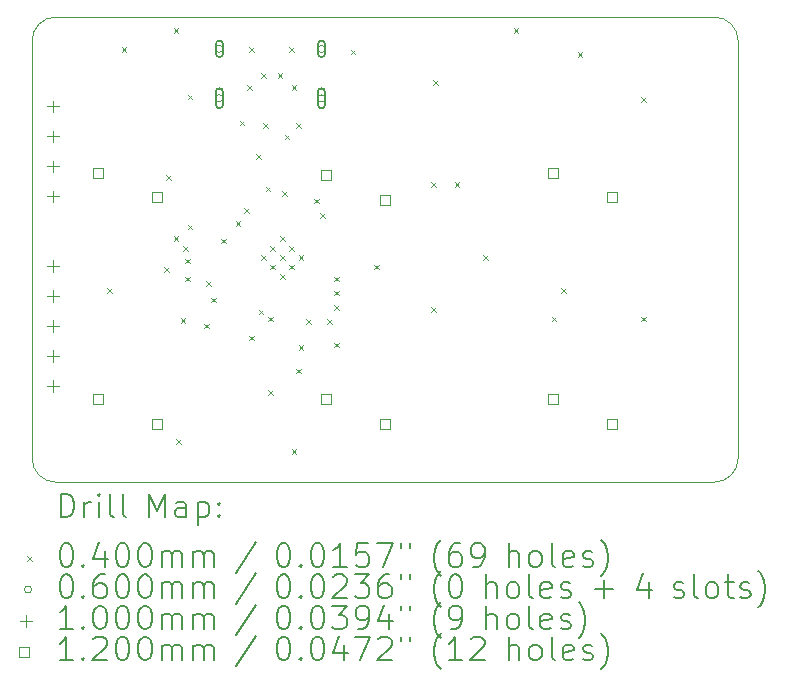
<source format=gbr>
%TF.GenerationSoftware,KiCad,Pcbnew,(7.0.0)*%
%TF.CreationDate,2023-09-09T12:16:29-05:00*%
%TF.ProjectId,6_key_macro_pad_V1,365f6b65-795f-46d6-9163-726f5f706164,rev?*%
%TF.SameCoordinates,Original*%
%TF.FileFunction,Drillmap*%
%TF.FilePolarity,Positive*%
%FSLAX45Y45*%
G04 Gerber Fmt 4.5, Leading zero omitted, Abs format (unit mm)*
G04 Created by KiCad (PCBNEW (7.0.0)) date 2023-09-09 12:16:29*
%MOMM*%
%LPD*%
G01*
G04 APERTURE LIST*
%ADD10C,0.100000*%
%ADD11C,0.200000*%
%ADD12C,0.040000*%
%ADD13C,0.060000*%
%ADD14C,0.120000*%
G04 APERTURE END LIST*
D10*
X15662208Y-10760322D02*
G75*
G03*
X15862201Y-10960322I199992J-8D01*
G01*
X21439359Y-10960319D02*
G75*
G03*
X21639359Y-10760322I2J199999D01*
G01*
X21639355Y-7223165D02*
G75*
G03*
X21439359Y-7023165I-199995J5D01*
G01*
X21439359Y-7023165D02*
X15862201Y-7023165D01*
X21639359Y-7223165D02*
X21639359Y-10760322D01*
X15862201Y-7023171D02*
G75*
G03*
X15662201Y-7223165I-1J-199999D01*
G01*
X15662201Y-7223165D02*
X15662201Y-10760322D01*
X15862201Y-10960322D02*
X21439359Y-10960322D01*
D11*
D12*
X16300000Y-9320000D02*
X16340000Y-9360000D01*
X16340000Y-9320000D02*
X16300000Y-9360000D01*
X16420000Y-7280000D02*
X16460000Y-7320000D01*
X16460000Y-7280000D02*
X16420000Y-7320000D01*
X16780000Y-9139740D02*
X16820000Y-9179740D01*
X16820000Y-9139740D02*
X16780000Y-9179740D01*
X16800000Y-8360000D02*
X16840000Y-8400000D01*
X16840000Y-8360000D02*
X16800000Y-8400000D01*
X16860000Y-7120000D02*
X16900000Y-7160000D01*
X16900000Y-7120000D02*
X16860000Y-7160000D01*
X16860000Y-8880000D02*
X16900000Y-8920000D01*
X16900000Y-8880000D02*
X16860000Y-8920000D01*
X16880000Y-10600000D02*
X16920000Y-10640000D01*
X16920000Y-10600000D02*
X16880000Y-10640000D01*
X16920374Y-9570050D02*
X16960374Y-9610050D01*
X16960374Y-9570050D02*
X16920374Y-9610050D01*
X16940000Y-8960000D02*
X16980000Y-9000000D01*
X16980000Y-8960000D02*
X16940000Y-9000000D01*
X16960000Y-9069790D02*
X17000000Y-9109790D01*
X17000000Y-9069790D02*
X16960000Y-9109790D01*
X16960000Y-9220000D02*
X17000000Y-9260000D01*
X17000000Y-9220000D02*
X16960000Y-9260000D01*
X16980000Y-7680000D02*
X17020000Y-7720000D01*
X17020000Y-7680000D02*
X16980000Y-7720000D01*
X16980000Y-8780000D02*
X17020000Y-8820000D01*
X17020000Y-8780000D02*
X16980000Y-8820000D01*
X17120000Y-9620000D02*
X17160000Y-9660000D01*
X17160000Y-9620000D02*
X17120000Y-9660000D01*
X17135969Y-9261685D02*
X17175969Y-9301685D01*
X17175969Y-9261685D02*
X17135969Y-9301685D01*
X17180000Y-9400000D02*
X17220000Y-9440000D01*
X17220000Y-9400000D02*
X17180000Y-9440000D01*
X17260000Y-8900000D02*
X17300000Y-8940000D01*
X17300000Y-8900000D02*
X17260000Y-8940000D01*
X17385890Y-8750798D02*
X17425890Y-8790798D01*
X17425890Y-8750798D02*
X17385890Y-8790798D01*
X17420000Y-7900000D02*
X17460000Y-7940000D01*
X17460000Y-7900000D02*
X17420000Y-7940000D01*
X17460000Y-8640000D02*
X17500000Y-8680000D01*
X17500000Y-8640000D02*
X17460000Y-8680000D01*
X17480000Y-7600000D02*
X17520000Y-7640000D01*
X17520000Y-7600000D02*
X17480000Y-7640000D01*
X17500000Y-7280000D02*
X17540000Y-7320000D01*
X17540000Y-7280000D02*
X17500000Y-7320000D01*
X17500000Y-9720000D02*
X17540000Y-9760000D01*
X17540000Y-9720000D02*
X17500000Y-9760000D01*
X17560000Y-8182450D02*
X17600000Y-8222450D01*
X17600000Y-8182450D02*
X17560000Y-8222450D01*
X17580000Y-9500000D02*
X17620000Y-9540000D01*
X17620000Y-9500000D02*
X17580000Y-9540000D01*
X17600000Y-7500000D02*
X17640000Y-7540000D01*
X17640000Y-7500000D02*
X17600000Y-7540000D01*
X17600000Y-9040000D02*
X17640000Y-9080000D01*
X17640000Y-9040000D02*
X17600000Y-9080000D01*
X17620000Y-7920000D02*
X17660000Y-7960000D01*
X17660000Y-7920000D02*
X17620000Y-7960000D01*
X17640000Y-8460000D02*
X17680000Y-8500000D01*
X17680000Y-8460000D02*
X17640000Y-8500000D01*
X17660000Y-9560000D02*
X17700000Y-9600000D01*
X17700000Y-9560000D02*
X17660000Y-9600000D01*
X17660000Y-10180000D02*
X17700000Y-10220000D01*
X17700000Y-10180000D02*
X17660000Y-10220000D01*
X17680000Y-8960000D02*
X17720000Y-9000000D01*
X17720000Y-8960000D02*
X17680000Y-9000000D01*
X17680000Y-9120000D02*
X17720000Y-9160000D01*
X17720000Y-9120000D02*
X17680000Y-9160000D01*
X17740000Y-7500000D02*
X17780000Y-7540000D01*
X17780000Y-7500000D02*
X17740000Y-7540000D01*
X17760000Y-8880000D02*
X17800000Y-8920000D01*
X17800000Y-8880000D02*
X17760000Y-8920000D01*
X17760000Y-9040000D02*
X17800000Y-9080000D01*
X17800000Y-9040000D02*
X17760000Y-9080000D01*
X17760000Y-9200000D02*
X17800000Y-9240000D01*
X17800000Y-9200000D02*
X17760000Y-9240000D01*
X17780000Y-8500000D02*
X17820000Y-8540000D01*
X17820000Y-8500000D02*
X17780000Y-8540000D01*
X17800000Y-8020000D02*
X17840000Y-8060000D01*
X17840000Y-8020000D02*
X17800000Y-8060000D01*
X17840000Y-7280000D02*
X17880000Y-7320000D01*
X17880000Y-7280000D02*
X17840000Y-7320000D01*
X17840000Y-8960000D02*
X17880000Y-9000000D01*
X17880000Y-8960000D02*
X17840000Y-9000000D01*
X17840000Y-9120000D02*
X17880000Y-9160000D01*
X17880000Y-9120000D02*
X17840000Y-9160000D01*
X17860000Y-7600000D02*
X17900000Y-7640000D01*
X17900000Y-7600000D02*
X17860000Y-7640000D01*
X17860000Y-10680000D02*
X17900000Y-10720000D01*
X17900000Y-10680000D02*
X17860000Y-10720000D01*
X17900000Y-7920000D02*
X17940000Y-7960000D01*
X17940000Y-7920000D02*
X17900000Y-7960000D01*
X17900000Y-10000000D02*
X17940000Y-10040000D01*
X17940000Y-10000000D02*
X17900000Y-10040000D01*
X17920000Y-9040000D02*
X17960000Y-9080000D01*
X17960000Y-9040000D02*
X17920000Y-9080000D01*
X17920000Y-9800000D02*
X17960000Y-9840000D01*
X17960000Y-9800000D02*
X17920000Y-9840000D01*
X17980000Y-9580000D02*
X18020000Y-9620000D01*
X18020000Y-9580000D02*
X17980000Y-9620000D01*
X18048390Y-8560000D02*
X18088390Y-8600000D01*
X18088390Y-8560000D02*
X18048390Y-8600000D01*
X18102964Y-8682964D02*
X18142964Y-8722964D01*
X18142964Y-8682964D02*
X18102964Y-8722964D01*
X18160000Y-9580000D02*
X18200000Y-9620000D01*
X18200000Y-9580000D02*
X18160000Y-9620000D01*
X18220000Y-9220050D02*
X18260000Y-9260050D01*
X18260000Y-9220050D02*
X18220000Y-9260050D01*
X18220000Y-9340000D02*
X18260000Y-9380000D01*
X18260000Y-9340000D02*
X18220000Y-9380000D01*
X18220000Y-9460000D02*
X18260000Y-9500000D01*
X18260000Y-9460000D02*
X18220000Y-9500000D01*
X18220000Y-9780000D02*
X18260000Y-9820000D01*
X18260000Y-9780000D02*
X18220000Y-9820000D01*
X18360000Y-7300000D02*
X18400000Y-7340000D01*
X18400000Y-7300000D02*
X18360000Y-7340000D01*
X18560000Y-9120000D02*
X18600000Y-9160000D01*
X18600000Y-9120000D02*
X18560000Y-9160000D01*
X19040000Y-8420000D02*
X19080000Y-8460000D01*
X19080000Y-8420000D02*
X19040000Y-8460000D01*
X19040000Y-9480000D02*
X19080000Y-9520000D01*
X19080000Y-9480000D02*
X19040000Y-9520000D01*
X19060000Y-7560000D02*
X19100000Y-7600000D01*
X19100000Y-7560000D02*
X19060000Y-7600000D01*
X19240000Y-8420000D02*
X19280000Y-8460000D01*
X19280000Y-8420000D02*
X19240000Y-8460000D01*
X19480000Y-9040000D02*
X19520000Y-9080000D01*
X19520000Y-9040000D02*
X19480000Y-9080000D01*
X19740000Y-7120000D02*
X19780000Y-7160000D01*
X19780000Y-7120000D02*
X19740000Y-7160000D01*
X20060000Y-9560000D02*
X20100000Y-9600000D01*
X20100000Y-9560000D02*
X20060000Y-9600000D01*
X20140000Y-9320000D02*
X20180000Y-9360000D01*
X20180000Y-9320000D02*
X20140000Y-9360000D01*
X20280000Y-7320000D02*
X20320000Y-7360000D01*
X20320000Y-7320000D02*
X20280000Y-7360000D01*
X20820000Y-7700000D02*
X20860000Y-7740000D01*
X20860000Y-7700000D02*
X20820000Y-7740000D01*
X20820000Y-9560000D02*
X20860000Y-9600000D01*
X20860000Y-9560000D02*
X20820000Y-9600000D01*
D13*
X17278000Y-7292500D02*
G75*
G03*
X17278000Y-7292500I-30000J0D01*
G01*
D11*
X17218000Y-7252500D02*
X17218000Y-7332500D01*
X17218000Y-7332500D02*
G75*
G03*
X17278000Y-7332500I30000J0D01*
G01*
X17278000Y-7332500D02*
X17278000Y-7252500D01*
X17278000Y-7252500D02*
G75*
G03*
X17218000Y-7252500I-30000J0D01*
G01*
D13*
X17278000Y-7710500D02*
G75*
G03*
X17278000Y-7710500I-30000J0D01*
G01*
D11*
X17218000Y-7655500D02*
X17218000Y-7765500D01*
X17218000Y-7765500D02*
G75*
G03*
X17278000Y-7765500I30000J0D01*
G01*
X17278000Y-7765500D02*
X17278000Y-7655500D01*
X17278000Y-7655500D02*
G75*
G03*
X17218000Y-7655500I-30000J0D01*
G01*
D13*
X18142000Y-7292500D02*
G75*
G03*
X18142000Y-7292500I-30000J0D01*
G01*
D11*
X18082000Y-7252500D02*
X18082000Y-7332500D01*
X18082000Y-7332500D02*
G75*
G03*
X18142000Y-7332500I30000J0D01*
G01*
X18142000Y-7332500D02*
X18142000Y-7252500D01*
X18142000Y-7252500D02*
G75*
G03*
X18082000Y-7252500I-30000J0D01*
G01*
D13*
X18142000Y-7710500D02*
G75*
G03*
X18142000Y-7710500I-30000J0D01*
G01*
D11*
X18082000Y-7655500D02*
X18082000Y-7765500D01*
X18082000Y-7765500D02*
G75*
G03*
X18142000Y-7765500I30000J0D01*
G01*
X18142000Y-7765500D02*
X18142000Y-7655500D01*
X18142000Y-7655500D02*
G75*
G03*
X18082000Y-7655500I-30000J0D01*
G01*
D10*
X15840000Y-7730000D02*
X15840000Y-7830000D01*
X15790000Y-7780000D02*
X15890000Y-7780000D01*
X15840000Y-7984000D02*
X15840000Y-8084000D01*
X15790000Y-8034000D02*
X15890000Y-8034000D01*
X15840000Y-8238000D02*
X15840000Y-8338000D01*
X15790000Y-8288000D02*
X15890000Y-8288000D01*
X15840000Y-8492000D02*
X15840000Y-8592000D01*
X15790000Y-8542000D02*
X15890000Y-8542000D01*
X15840000Y-9082500D02*
X15840000Y-9182500D01*
X15790000Y-9132500D02*
X15890000Y-9132500D01*
X15840000Y-9336500D02*
X15840000Y-9436500D01*
X15790000Y-9386500D02*
X15890000Y-9386500D01*
X15840000Y-9590500D02*
X15840000Y-9690500D01*
X15790000Y-9640500D02*
X15890000Y-9640500D01*
X15840000Y-9844500D02*
X15840000Y-9944500D01*
X15790000Y-9894500D02*
X15890000Y-9894500D01*
X15840000Y-10098500D02*
X15840000Y-10198500D01*
X15790000Y-10148500D02*
X15890000Y-10148500D01*
D14*
X16262427Y-8382427D02*
X16262427Y-8297573D01*
X16177573Y-8297573D01*
X16177573Y-8382427D01*
X16262427Y-8382427D01*
X16262427Y-10302427D02*
X16262427Y-10217573D01*
X16177573Y-10217573D01*
X16177573Y-10302427D01*
X16262427Y-10302427D01*
X16762427Y-8592427D02*
X16762427Y-8507573D01*
X16677573Y-8507573D01*
X16677573Y-8592427D01*
X16762427Y-8592427D01*
X16762427Y-10512427D02*
X16762427Y-10427573D01*
X16677573Y-10427573D01*
X16677573Y-10512427D01*
X16762427Y-10512427D01*
X18192427Y-8402427D02*
X18192427Y-8317573D01*
X18107573Y-8317573D01*
X18107573Y-8402427D01*
X18192427Y-8402427D01*
X18192427Y-10302427D02*
X18192427Y-10217573D01*
X18107573Y-10217573D01*
X18107573Y-10302427D01*
X18192427Y-10302427D01*
X18692427Y-8612427D02*
X18692427Y-8527573D01*
X18607573Y-8527573D01*
X18607573Y-8612427D01*
X18692427Y-8612427D01*
X18692427Y-10512427D02*
X18692427Y-10427573D01*
X18607573Y-10427573D01*
X18607573Y-10512427D01*
X18692427Y-10512427D01*
X20112427Y-8382427D02*
X20112427Y-8297573D01*
X20027573Y-8297573D01*
X20027573Y-8382427D01*
X20112427Y-8382427D01*
X20112427Y-10302427D02*
X20112427Y-10217573D01*
X20027573Y-10217573D01*
X20027573Y-10302427D01*
X20112427Y-10302427D01*
X20612427Y-8592427D02*
X20612427Y-8507573D01*
X20527573Y-8507573D01*
X20527573Y-8592427D01*
X20612427Y-8592427D01*
X20612427Y-10512427D02*
X20612427Y-10427573D01*
X20527573Y-10427573D01*
X20527573Y-10512427D01*
X20612427Y-10512427D01*
D11*
X15904820Y-11258798D02*
X15904820Y-11058798D01*
X15904820Y-11058798D02*
X15952439Y-11058798D01*
X15952439Y-11058798D02*
X15981011Y-11068322D01*
X15981011Y-11068322D02*
X16000058Y-11087370D01*
X16000058Y-11087370D02*
X16009582Y-11106417D01*
X16009582Y-11106417D02*
X16019106Y-11144513D01*
X16019106Y-11144513D02*
X16019106Y-11173084D01*
X16019106Y-11173084D02*
X16009582Y-11211179D01*
X16009582Y-11211179D02*
X16000058Y-11230227D01*
X16000058Y-11230227D02*
X15981011Y-11249274D01*
X15981011Y-11249274D02*
X15952439Y-11258798D01*
X15952439Y-11258798D02*
X15904820Y-11258798D01*
X16104820Y-11258798D02*
X16104820Y-11125465D01*
X16104820Y-11163560D02*
X16114344Y-11144513D01*
X16114344Y-11144513D02*
X16123868Y-11134989D01*
X16123868Y-11134989D02*
X16142915Y-11125465D01*
X16142915Y-11125465D02*
X16161963Y-11125465D01*
X16228630Y-11258798D02*
X16228630Y-11125465D01*
X16228630Y-11058798D02*
X16219106Y-11068322D01*
X16219106Y-11068322D02*
X16228630Y-11077846D01*
X16228630Y-11077846D02*
X16238154Y-11068322D01*
X16238154Y-11068322D02*
X16228630Y-11058798D01*
X16228630Y-11058798D02*
X16228630Y-11077846D01*
X16352439Y-11258798D02*
X16333392Y-11249274D01*
X16333392Y-11249274D02*
X16323868Y-11230227D01*
X16323868Y-11230227D02*
X16323868Y-11058798D01*
X16457201Y-11258798D02*
X16438154Y-11249274D01*
X16438154Y-11249274D02*
X16428630Y-11230227D01*
X16428630Y-11230227D02*
X16428630Y-11058798D01*
X16653392Y-11258798D02*
X16653392Y-11058798D01*
X16653392Y-11058798D02*
X16720058Y-11201655D01*
X16720058Y-11201655D02*
X16786725Y-11058798D01*
X16786725Y-11058798D02*
X16786725Y-11258798D01*
X16967677Y-11258798D02*
X16967677Y-11154036D01*
X16967677Y-11154036D02*
X16958154Y-11134989D01*
X16958154Y-11134989D02*
X16939106Y-11125465D01*
X16939106Y-11125465D02*
X16901011Y-11125465D01*
X16901011Y-11125465D02*
X16881963Y-11134989D01*
X16967677Y-11249274D02*
X16948630Y-11258798D01*
X16948630Y-11258798D02*
X16901011Y-11258798D01*
X16901011Y-11258798D02*
X16881963Y-11249274D01*
X16881963Y-11249274D02*
X16872439Y-11230227D01*
X16872439Y-11230227D02*
X16872439Y-11211179D01*
X16872439Y-11211179D02*
X16881963Y-11192132D01*
X16881963Y-11192132D02*
X16901011Y-11182608D01*
X16901011Y-11182608D02*
X16948630Y-11182608D01*
X16948630Y-11182608D02*
X16967677Y-11173084D01*
X17062916Y-11125465D02*
X17062916Y-11325465D01*
X17062916Y-11134989D02*
X17081963Y-11125465D01*
X17081963Y-11125465D02*
X17120058Y-11125465D01*
X17120058Y-11125465D02*
X17139106Y-11134989D01*
X17139106Y-11134989D02*
X17148630Y-11144513D01*
X17148630Y-11144513D02*
X17158154Y-11163560D01*
X17158154Y-11163560D02*
X17158154Y-11220703D01*
X17158154Y-11220703D02*
X17148630Y-11239751D01*
X17148630Y-11239751D02*
X17139106Y-11249274D01*
X17139106Y-11249274D02*
X17120058Y-11258798D01*
X17120058Y-11258798D02*
X17081963Y-11258798D01*
X17081963Y-11258798D02*
X17062916Y-11249274D01*
X17243868Y-11239751D02*
X17253392Y-11249274D01*
X17253392Y-11249274D02*
X17243868Y-11258798D01*
X17243868Y-11258798D02*
X17234344Y-11249274D01*
X17234344Y-11249274D02*
X17243868Y-11239751D01*
X17243868Y-11239751D02*
X17243868Y-11258798D01*
X17243868Y-11134989D02*
X17253392Y-11144513D01*
X17253392Y-11144513D02*
X17243868Y-11154036D01*
X17243868Y-11154036D02*
X17234344Y-11144513D01*
X17234344Y-11144513D02*
X17243868Y-11134989D01*
X17243868Y-11134989D02*
X17243868Y-11154036D01*
D12*
X15617201Y-11585322D02*
X15657201Y-11625322D01*
X15657201Y-11585322D02*
X15617201Y-11625322D01*
D11*
X15942915Y-11478798D02*
X15961963Y-11478798D01*
X15961963Y-11478798D02*
X15981011Y-11488322D01*
X15981011Y-11488322D02*
X15990535Y-11497846D01*
X15990535Y-11497846D02*
X16000058Y-11516894D01*
X16000058Y-11516894D02*
X16009582Y-11554989D01*
X16009582Y-11554989D02*
X16009582Y-11602608D01*
X16009582Y-11602608D02*
X16000058Y-11640703D01*
X16000058Y-11640703D02*
X15990535Y-11659751D01*
X15990535Y-11659751D02*
X15981011Y-11669274D01*
X15981011Y-11669274D02*
X15961963Y-11678798D01*
X15961963Y-11678798D02*
X15942915Y-11678798D01*
X15942915Y-11678798D02*
X15923868Y-11669274D01*
X15923868Y-11669274D02*
X15914344Y-11659751D01*
X15914344Y-11659751D02*
X15904820Y-11640703D01*
X15904820Y-11640703D02*
X15895296Y-11602608D01*
X15895296Y-11602608D02*
X15895296Y-11554989D01*
X15895296Y-11554989D02*
X15904820Y-11516894D01*
X15904820Y-11516894D02*
X15914344Y-11497846D01*
X15914344Y-11497846D02*
X15923868Y-11488322D01*
X15923868Y-11488322D02*
X15942915Y-11478798D01*
X16095296Y-11659751D02*
X16104820Y-11669274D01*
X16104820Y-11669274D02*
X16095296Y-11678798D01*
X16095296Y-11678798D02*
X16085773Y-11669274D01*
X16085773Y-11669274D02*
X16095296Y-11659751D01*
X16095296Y-11659751D02*
X16095296Y-11678798D01*
X16276249Y-11545465D02*
X16276249Y-11678798D01*
X16228630Y-11469274D02*
X16181011Y-11612132D01*
X16181011Y-11612132D02*
X16304820Y-11612132D01*
X16419106Y-11478798D02*
X16438154Y-11478798D01*
X16438154Y-11478798D02*
X16457201Y-11488322D01*
X16457201Y-11488322D02*
X16466725Y-11497846D01*
X16466725Y-11497846D02*
X16476249Y-11516894D01*
X16476249Y-11516894D02*
X16485773Y-11554989D01*
X16485773Y-11554989D02*
X16485773Y-11602608D01*
X16485773Y-11602608D02*
X16476249Y-11640703D01*
X16476249Y-11640703D02*
X16466725Y-11659751D01*
X16466725Y-11659751D02*
X16457201Y-11669274D01*
X16457201Y-11669274D02*
X16438154Y-11678798D01*
X16438154Y-11678798D02*
X16419106Y-11678798D01*
X16419106Y-11678798D02*
X16400058Y-11669274D01*
X16400058Y-11669274D02*
X16390535Y-11659751D01*
X16390535Y-11659751D02*
X16381011Y-11640703D01*
X16381011Y-11640703D02*
X16371487Y-11602608D01*
X16371487Y-11602608D02*
X16371487Y-11554989D01*
X16371487Y-11554989D02*
X16381011Y-11516894D01*
X16381011Y-11516894D02*
X16390535Y-11497846D01*
X16390535Y-11497846D02*
X16400058Y-11488322D01*
X16400058Y-11488322D02*
X16419106Y-11478798D01*
X16609582Y-11478798D02*
X16628630Y-11478798D01*
X16628630Y-11478798D02*
X16647677Y-11488322D01*
X16647677Y-11488322D02*
X16657201Y-11497846D01*
X16657201Y-11497846D02*
X16666725Y-11516894D01*
X16666725Y-11516894D02*
X16676249Y-11554989D01*
X16676249Y-11554989D02*
X16676249Y-11602608D01*
X16676249Y-11602608D02*
X16666725Y-11640703D01*
X16666725Y-11640703D02*
X16657201Y-11659751D01*
X16657201Y-11659751D02*
X16647677Y-11669274D01*
X16647677Y-11669274D02*
X16628630Y-11678798D01*
X16628630Y-11678798D02*
X16609582Y-11678798D01*
X16609582Y-11678798D02*
X16590535Y-11669274D01*
X16590535Y-11669274D02*
X16581011Y-11659751D01*
X16581011Y-11659751D02*
X16571487Y-11640703D01*
X16571487Y-11640703D02*
X16561963Y-11602608D01*
X16561963Y-11602608D02*
X16561963Y-11554989D01*
X16561963Y-11554989D02*
X16571487Y-11516894D01*
X16571487Y-11516894D02*
X16581011Y-11497846D01*
X16581011Y-11497846D02*
X16590535Y-11488322D01*
X16590535Y-11488322D02*
X16609582Y-11478798D01*
X16761963Y-11678798D02*
X16761963Y-11545465D01*
X16761963Y-11564513D02*
X16771487Y-11554989D01*
X16771487Y-11554989D02*
X16790535Y-11545465D01*
X16790535Y-11545465D02*
X16819106Y-11545465D01*
X16819106Y-11545465D02*
X16838154Y-11554989D01*
X16838154Y-11554989D02*
X16847678Y-11574036D01*
X16847678Y-11574036D02*
X16847678Y-11678798D01*
X16847678Y-11574036D02*
X16857201Y-11554989D01*
X16857201Y-11554989D02*
X16876249Y-11545465D01*
X16876249Y-11545465D02*
X16904820Y-11545465D01*
X16904820Y-11545465D02*
X16923868Y-11554989D01*
X16923868Y-11554989D02*
X16933392Y-11574036D01*
X16933392Y-11574036D02*
X16933392Y-11678798D01*
X17028630Y-11678798D02*
X17028630Y-11545465D01*
X17028630Y-11564513D02*
X17038154Y-11554989D01*
X17038154Y-11554989D02*
X17057201Y-11545465D01*
X17057201Y-11545465D02*
X17085773Y-11545465D01*
X17085773Y-11545465D02*
X17104820Y-11554989D01*
X17104820Y-11554989D02*
X17114344Y-11574036D01*
X17114344Y-11574036D02*
X17114344Y-11678798D01*
X17114344Y-11574036D02*
X17123868Y-11554989D01*
X17123868Y-11554989D02*
X17142916Y-11545465D01*
X17142916Y-11545465D02*
X17171487Y-11545465D01*
X17171487Y-11545465D02*
X17190535Y-11554989D01*
X17190535Y-11554989D02*
X17200059Y-11574036D01*
X17200059Y-11574036D02*
X17200059Y-11678798D01*
X17558154Y-11469274D02*
X17386725Y-11726417D01*
X17782916Y-11478798D02*
X17801963Y-11478798D01*
X17801963Y-11478798D02*
X17821011Y-11488322D01*
X17821011Y-11488322D02*
X17830535Y-11497846D01*
X17830535Y-11497846D02*
X17840059Y-11516894D01*
X17840059Y-11516894D02*
X17849582Y-11554989D01*
X17849582Y-11554989D02*
X17849582Y-11602608D01*
X17849582Y-11602608D02*
X17840059Y-11640703D01*
X17840059Y-11640703D02*
X17830535Y-11659751D01*
X17830535Y-11659751D02*
X17821011Y-11669274D01*
X17821011Y-11669274D02*
X17801963Y-11678798D01*
X17801963Y-11678798D02*
X17782916Y-11678798D01*
X17782916Y-11678798D02*
X17763868Y-11669274D01*
X17763868Y-11669274D02*
X17754344Y-11659751D01*
X17754344Y-11659751D02*
X17744820Y-11640703D01*
X17744820Y-11640703D02*
X17735297Y-11602608D01*
X17735297Y-11602608D02*
X17735297Y-11554989D01*
X17735297Y-11554989D02*
X17744820Y-11516894D01*
X17744820Y-11516894D02*
X17754344Y-11497846D01*
X17754344Y-11497846D02*
X17763868Y-11488322D01*
X17763868Y-11488322D02*
X17782916Y-11478798D01*
X17935297Y-11659751D02*
X17944820Y-11669274D01*
X17944820Y-11669274D02*
X17935297Y-11678798D01*
X17935297Y-11678798D02*
X17925773Y-11669274D01*
X17925773Y-11669274D02*
X17935297Y-11659751D01*
X17935297Y-11659751D02*
X17935297Y-11678798D01*
X18068630Y-11478798D02*
X18087678Y-11478798D01*
X18087678Y-11478798D02*
X18106725Y-11488322D01*
X18106725Y-11488322D02*
X18116249Y-11497846D01*
X18116249Y-11497846D02*
X18125773Y-11516894D01*
X18125773Y-11516894D02*
X18135297Y-11554989D01*
X18135297Y-11554989D02*
X18135297Y-11602608D01*
X18135297Y-11602608D02*
X18125773Y-11640703D01*
X18125773Y-11640703D02*
X18116249Y-11659751D01*
X18116249Y-11659751D02*
X18106725Y-11669274D01*
X18106725Y-11669274D02*
X18087678Y-11678798D01*
X18087678Y-11678798D02*
X18068630Y-11678798D01*
X18068630Y-11678798D02*
X18049582Y-11669274D01*
X18049582Y-11669274D02*
X18040059Y-11659751D01*
X18040059Y-11659751D02*
X18030535Y-11640703D01*
X18030535Y-11640703D02*
X18021011Y-11602608D01*
X18021011Y-11602608D02*
X18021011Y-11554989D01*
X18021011Y-11554989D02*
X18030535Y-11516894D01*
X18030535Y-11516894D02*
X18040059Y-11497846D01*
X18040059Y-11497846D02*
X18049582Y-11488322D01*
X18049582Y-11488322D02*
X18068630Y-11478798D01*
X18325773Y-11678798D02*
X18211487Y-11678798D01*
X18268630Y-11678798D02*
X18268630Y-11478798D01*
X18268630Y-11478798D02*
X18249582Y-11507370D01*
X18249582Y-11507370D02*
X18230535Y-11526417D01*
X18230535Y-11526417D02*
X18211487Y-11535941D01*
X18506725Y-11478798D02*
X18411487Y-11478798D01*
X18411487Y-11478798D02*
X18401963Y-11574036D01*
X18401963Y-11574036D02*
X18411487Y-11564513D01*
X18411487Y-11564513D02*
X18430535Y-11554989D01*
X18430535Y-11554989D02*
X18478154Y-11554989D01*
X18478154Y-11554989D02*
X18497201Y-11564513D01*
X18497201Y-11564513D02*
X18506725Y-11574036D01*
X18506725Y-11574036D02*
X18516249Y-11593084D01*
X18516249Y-11593084D02*
X18516249Y-11640703D01*
X18516249Y-11640703D02*
X18506725Y-11659751D01*
X18506725Y-11659751D02*
X18497201Y-11669274D01*
X18497201Y-11669274D02*
X18478154Y-11678798D01*
X18478154Y-11678798D02*
X18430535Y-11678798D01*
X18430535Y-11678798D02*
X18411487Y-11669274D01*
X18411487Y-11669274D02*
X18401963Y-11659751D01*
X18582916Y-11478798D02*
X18716249Y-11478798D01*
X18716249Y-11478798D02*
X18630535Y-11678798D01*
X18782916Y-11478798D02*
X18782916Y-11516894D01*
X18859106Y-11478798D02*
X18859106Y-11516894D01*
X19121963Y-11754989D02*
X19112440Y-11745465D01*
X19112440Y-11745465D02*
X19093392Y-11716894D01*
X19093392Y-11716894D02*
X19083868Y-11697846D01*
X19083868Y-11697846D02*
X19074344Y-11669274D01*
X19074344Y-11669274D02*
X19064821Y-11621655D01*
X19064821Y-11621655D02*
X19064821Y-11583560D01*
X19064821Y-11583560D02*
X19074344Y-11535941D01*
X19074344Y-11535941D02*
X19083868Y-11507370D01*
X19083868Y-11507370D02*
X19093392Y-11488322D01*
X19093392Y-11488322D02*
X19112440Y-11459751D01*
X19112440Y-11459751D02*
X19121963Y-11450227D01*
X19283868Y-11478798D02*
X19245773Y-11478798D01*
X19245773Y-11478798D02*
X19226725Y-11488322D01*
X19226725Y-11488322D02*
X19217201Y-11497846D01*
X19217201Y-11497846D02*
X19198154Y-11526417D01*
X19198154Y-11526417D02*
X19188630Y-11564513D01*
X19188630Y-11564513D02*
X19188630Y-11640703D01*
X19188630Y-11640703D02*
X19198154Y-11659751D01*
X19198154Y-11659751D02*
X19207678Y-11669274D01*
X19207678Y-11669274D02*
X19226725Y-11678798D01*
X19226725Y-11678798D02*
X19264821Y-11678798D01*
X19264821Y-11678798D02*
X19283868Y-11669274D01*
X19283868Y-11669274D02*
X19293392Y-11659751D01*
X19293392Y-11659751D02*
X19302916Y-11640703D01*
X19302916Y-11640703D02*
X19302916Y-11593084D01*
X19302916Y-11593084D02*
X19293392Y-11574036D01*
X19293392Y-11574036D02*
X19283868Y-11564513D01*
X19283868Y-11564513D02*
X19264821Y-11554989D01*
X19264821Y-11554989D02*
X19226725Y-11554989D01*
X19226725Y-11554989D02*
X19207678Y-11564513D01*
X19207678Y-11564513D02*
X19198154Y-11574036D01*
X19198154Y-11574036D02*
X19188630Y-11593084D01*
X19398154Y-11678798D02*
X19436249Y-11678798D01*
X19436249Y-11678798D02*
X19455297Y-11669274D01*
X19455297Y-11669274D02*
X19464821Y-11659751D01*
X19464821Y-11659751D02*
X19483868Y-11631179D01*
X19483868Y-11631179D02*
X19493392Y-11593084D01*
X19493392Y-11593084D02*
X19493392Y-11516894D01*
X19493392Y-11516894D02*
X19483868Y-11497846D01*
X19483868Y-11497846D02*
X19474344Y-11488322D01*
X19474344Y-11488322D02*
X19455297Y-11478798D01*
X19455297Y-11478798D02*
X19417201Y-11478798D01*
X19417201Y-11478798D02*
X19398154Y-11488322D01*
X19398154Y-11488322D02*
X19388630Y-11497846D01*
X19388630Y-11497846D02*
X19379106Y-11516894D01*
X19379106Y-11516894D02*
X19379106Y-11564513D01*
X19379106Y-11564513D02*
X19388630Y-11583560D01*
X19388630Y-11583560D02*
X19398154Y-11593084D01*
X19398154Y-11593084D02*
X19417201Y-11602608D01*
X19417201Y-11602608D02*
X19455297Y-11602608D01*
X19455297Y-11602608D02*
X19474344Y-11593084D01*
X19474344Y-11593084D02*
X19483868Y-11583560D01*
X19483868Y-11583560D02*
X19493392Y-11564513D01*
X19699106Y-11678798D02*
X19699106Y-11478798D01*
X19784821Y-11678798D02*
X19784821Y-11574036D01*
X19784821Y-11574036D02*
X19775297Y-11554989D01*
X19775297Y-11554989D02*
X19756249Y-11545465D01*
X19756249Y-11545465D02*
X19727678Y-11545465D01*
X19727678Y-11545465D02*
X19708630Y-11554989D01*
X19708630Y-11554989D02*
X19699106Y-11564513D01*
X19908630Y-11678798D02*
X19889582Y-11669274D01*
X19889582Y-11669274D02*
X19880059Y-11659751D01*
X19880059Y-11659751D02*
X19870535Y-11640703D01*
X19870535Y-11640703D02*
X19870535Y-11583560D01*
X19870535Y-11583560D02*
X19880059Y-11564513D01*
X19880059Y-11564513D02*
X19889582Y-11554989D01*
X19889582Y-11554989D02*
X19908630Y-11545465D01*
X19908630Y-11545465D02*
X19937202Y-11545465D01*
X19937202Y-11545465D02*
X19956249Y-11554989D01*
X19956249Y-11554989D02*
X19965773Y-11564513D01*
X19965773Y-11564513D02*
X19975297Y-11583560D01*
X19975297Y-11583560D02*
X19975297Y-11640703D01*
X19975297Y-11640703D02*
X19965773Y-11659751D01*
X19965773Y-11659751D02*
X19956249Y-11669274D01*
X19956249Y-11669274D02*
X19937202Y-11678798D01*
X19937202Y-11678798D02*
X19908630Y-11678798D01*
X20089582Y-11678798D02*
X20070535Y-11669274D01*
X20070535Y-11669274D02*
X20061011Y-11650227D01*
X20061011Y-11650227D02*
X20061011Y-11478798D01*
X20241963Y-11669274D02*
X20222916Y-11678798D01*
X20222916Y-11678798D02*
X20184821Y-11678798D01*
X20184821Y-11678798D02*
X20165773Y-11669274D01*
X20165773Y-11669274D02*
X20156249Y-11650227D01*
X20156249Y-11650227D02*
X20156249Y-11574036D01*
X20156249Y-11574036D02*
X20165773Y-11554989D01*
X20165773Y-11554989D02*
X20184821Y-11545465D01*
X20184821Y-11545465D02*
X20222916Y-11545465D01*
X20222916Y-11545465D02*
X20241963Y-11554989D01*
X20241963Y-11554989D02*
X20251487Y-11574036D01*
X20251487Y-11574036D02*
X20251487Y-11593084D01*
X20251487Y-11593084D02*
X20156249Y-11612132D01*
X20327678Y-11669274D02*
X20346725Y-11678798D01*
X20346725Y-11678798D02*
X20384821Y-11678798D01*
X20384821Y-11678798D02*
X20403868Y-11669274D01*
X20403868Y-11669274D02*
X20413392Y-11650227D01*
X20413392Y-11650227D02*
X20413392Y-11640703D01*
X20413392Y-11640703D02*
X20403868Y-11621655D01*
X20403868Y-11621655D02*
X20384821Y-11612132D01*
X20384821Y-11612132D02*
X20356249Y-11612132D01*
X20356249Y-11612132D02*
X20337202Y-11602608D01*
X20337202Y-11602608D02*
X20327678Y-11583560D01*
X20327678Y-11583560D02*
X20327678Y-11574036D01*
X20327678Y-11574036D02*
X20337202Y-11554989D01*
X20337202Y-11554989D02*
X20356249Y-11545465D01*
X20356249Y-11545465D02*
X20384821Y-11545465D01*
X20384821Y-11545465D02*
X20403868Y-11554989D01*
X20480059Y-11754989D02*
X20489583Y-11745465D01*
X20489583Y-11745465D02*
X20508630Y-11716894D01*
X20508630Y-11716894D02*
X20518154Y-11697846D01*
X20518154Y-11697846D02*
X20527678Y-11669274D01*
X20527678Y-11669274D02*
X20537202Y-11621655D01*
X20537202Y-11621655D02*
X20537202Y-11583560D01*
X20537202Y-11583560D02*
X20527678Y-11535941D01*
X20527678Y-11535941D02*
X20518154Y-11507370D01*
X20518154Y-11507370D02*
X20508630Y-11488322D01*
X20508630Y-11488322D02*
X20489583Y-11459751D01*
X20489583Y-11459751D02*
X20480059Y-11450227D01*
D13*
X15657201Y-11869322D02*
G75*
G03*
X15657201Y-11869322I-30000J0D01*
G01*
D11*
X15942915Y-11742798D02*
X15961963Y-11742798D01*
X15961963Y-11742798D02*
X15981011Y-11752322D01*
X15981011Y-11752322D02*
X15990535Y-11761846D01*
X15990535Y-11761846D02*
X16000058Y-11780894D01*
X16000058Y-11780894D02*
X16009582Y-11818989D01*
X16009582Y-11818989D02*
X16009582Y-11866608D01*
X16009582Y-11866608D02*
X16000058Y-11904703D01*
X16000058Y-11904703D02*
X15990535Y-11923751D01*
X15990535Y-11923751D02*
X15981011Y-11933274D01*
X15981011Y-11933274D02*
X15961963Y-11942798D01*
X15961963Y-11942798D02*
X15942915Y-11942798D01*
X15942915Y-11942798D02*
X15923868Y-11933274D01*
X15923868Y-11933274D02*
X15914344Y-11923751D01*
X15914344Y-11923751D02*
X15904820Y-11904703D01*
X15904820Y-11904703D02*
X15895296Y-11866608D01*
X15895296Y-11866608D02*
X15895296Y-11818989D01*
X15895296Y-11818989D02*
X15904820Y-11780894D01*
X15904820Y-11780894D02*
X15914344Y-11761846D01*
X15914344Y-11761846D02*
X15923868Y-11752322D01*
X15923868Y-11752322D02*
X15942915Y-11742798D01*
X16095296Y-11923751D02*
X16104820Y-11933274D01*
X16104820Y-11933274D02*
X16095296Y-11942798D01*
X16095296Y-11942798D02*
X16085773Y-11933274D01*
X16085773Y-11933274D02*
X16095296Y-11923751D01*
X16095296Y-11923751D02*
X16095296Y-11942798D01*
X16276249Y-11742798D02*
X16238154Y-11742798D01*
X16238154Y-11742798D02*
X16219106Y-11752322D01*
X16219106Y-11752322D02*
X16209582Y-11761846D01*
X16209582Y-11761846D02*
X16190535Y-11790417D01*
X16190535Y-11790417D02*
X16181011Y-11828513D01*
X16181011Y-11828513D02*
X16181011Y-11904703D01*
X16181011Y-11904703D02*
X16190535Y-11923751D01*
X16190535Y-11923751D02*
X16200058Y-11933274D01*
X16200058Y-11933274D02*
X16219106Y-11942798D01*
X16219106Y-11942798D02*
X16257201Y-11942798D01*
X16257201Y-11942798D02*
X16276249Y-11933274D01*
X16276249Y-11933274D02*
X16285773Y-11923751D01*
X16285773Y-11923751D02*
X16295296Y-11904703D01*
X16295296Y-11904703D02*
X16295296Y-11857084D01*
X16295296Y-11857084D02*
X16285773Y-11838036D01*
X16285773Y-11838036D02*
X16276249Y-11828513D01*
X16276249Y-11828513D02*
X16257201Y-11818989D01*
X16257201Y-11818989D02*
X16219106Y-11818989D01*
X16219106Y-11818989D02*
X16200058Y-11828513D01*
X16200058Y-11828513D02*
X16190535Y-11838036D01*
X16190535Y-11838036D02*
X16181011Y-11857084D01*
X16419106Y-11742798D02*
X16438154Y-11742798D01*
X16438154Y-11742798D02*
X16457201Y-11752322D01*
X16457201Y-11752322D02*
X16466725Y-11761846D01*
X16466725Y-11761846D02*
X16476249Y-11780894D01*
X16476249Y-11780894D02*
X16485773Y-11818989D01*
X16485773Y-11818989D02*
X16485773Y-11866608D01*
X16485773Y-11866608D02*
X16476249Y-11904703D01*
X16476249Y-11904703D02*
X16466725Y-11923751D01*
X16466725Y-11923751D02*
X16457201Y-11933274D01*
X16457201Y-11933274D02*
X16438154Y-11942798D01*
X16438154Y-11942798D02*
X16419106Y-11942798D01*
X16419106Y-11942798D02*
X16400058Y-11933274D01*
X16400058Y-11933274D02*
X16390535Y-11923751D01*
X16390535Y-11923751D02*
X16381011Y-11904703D01*
X16381011Y-11904703D02*
X16371487Y-11866608D01*
X16371487Y-11866608D02*
X16371487Y-11818989D01*
X16371487Y-11818989D02*
X16381011Y-11780894D01*
X16381011Y-11780894D02*
X16390535Y-11761846D01*
X16390535Y-11761846D02*
X16400058Y-11752322D01*
X16400058Y-11752322D02*
X16419106Y-11742798D01*
X16609582Y-11742798D02*
X16628630Y-11742798D01*
X16628630Y-11742798D02*
X16647677Y-11752322D01*
X16647677Y-11752322D02*
X16657201Y-11761846D01*
X16657201Y-11761846D02*
X16666725Y-11780894D01*
X16666725Y-11780894D02*
X16676249Y-11818989D01*
X16676249Y-11818989D02*
X16676249Y-11866608D01*
X16676249Y-11866608D02*
X16666725Y-11904703D01*
X16666725Y-11904703D02*
X16657201Y-11923751D01*
X16657201Y-11923751D02*
X16647677Y-11933274D01*
X16647677Y-11933274D02*
X16628630Y-11942798D01*
X16628630Y-11942798D02*
X16609582Y-11942798D01*
X16609582Y-11942798D02*
X16590535Y-11933274D01*
X16590535Y-11933274D02*
X16581011Y-11923751D01*
X16581011Y-11923751D02*
X16571487Y-11904703D01*
X16571487Y-11904703D02*
X16561963Y-11866608D01*
X16561963Y-11866608D02*
X16561963Y-11818989D01*
X16561963Y-11818989D02*
X16571487Y-11780894D01*
X16571487Y-11780894D02*
X16581011Y-11761846D01*
X16581011Y-11761846D02*
X16590535Y-11752322D01*
X16590535Y-11752322D02*
X16609582Y-11742798D01*
X16761963Y-11942798D02*
X16761963Y-11809465D01*
X16761963Y-11828513D02*
X16771487Y-11818989D01*
X16771487Y-11818989D02*
X16790535Y-11809465D01*
X16790535Y-11809465D02*
X16819106Y-11809465D01*
X16819106Y-11809465D02*
X16838154Y-11818989D01*
X16838154Y-11818989D02*
X16847678Y-11838036D01*
X16847678Y-11838036D02*
X16847678Y-11942798D01*
X16847678Y-11838036D02*
X16857201Y-11818989D01*
X16857201Y-11818989D02*
X16876249Y-11809465D01*
X16876249Y-11809465D02*
X16904820Y-11809465D01*
X16904820Y-11809465D02*
X16923868Y-11818989D01*
X16923868Y-11818989D02*
X16933392Y-11838036D01*
X16933392Y-11838036D02*
X16933392Y-11942798D01*
X17028630Y-11942798D02*
X17028630Y-11809465D01*
X17028630Y-11828513D02*
X17038154Y-11818989D01*
X17038154Y-11818989D02*
X17057201Y-11809465D01*
X17057201Y-11809465D02*
X17085773Y-11809465D01*
X17085773Y-11809465D02*
X17104820Y-11818989D01*
X17104820Y-11818989D02*
X17114344Y-11838036D01*
X17114344Y-11838036D02*
X17114344Y-11942798D01*
X17114344Y-11838036D02*
X17123868Y-11818989D01*
X17123868Y-11818989D02*
X17142916Y-11809465D01*
X17142916Y-11809465D02*
X17171487Y-11809465D01*
X17171487Y-11809465D02*
X17190535Y-11818989D01*
X17190535Y-11818989D02*
X17200059Y-11838036D01*
X17200059Y-11838036D02*
X17200059Y-11942798D01*
X17558154Y-11733274D02*
X17386725Y-11990417D01*
X17782916Y-11742798D02*
X17801963Y-11742798D01*
X17801963Y-11742798D02*
X17821011Y-11752322D01*
X17821011Y-11752322D02*
X17830535Y-11761846D01*
X17830535Y-11761846D02*
X17840059Y-11780894D01*
X17840059Y-11780894D02*
X17849582Y-11818989D01*
X17849582Y-11818989D02*
X17849582Y-11866608D01*
X17849582Y-11866608D02*
X17840059Y-11904703D01*
X17840059Y-11904703D02*
X17830535Y-11923751D01*
X17830535Y-11923751D02*
X17821011Y-11933274D01*
X17821011Y-11933274D02*
X17801963Y-11942798D01*
X17801963Y-11942798D02*
X17782916Y-11942798D01*
X17782916Y-11942798D02*
X17763868Y-11933274D01*
X17763868Y-11933274D02*
X17754344Y-11923751D01*
X17754344Y-11923751D02*
X17744820Y-11904703D01*
X17744820Y-11904703D02*
X17735297Y-11866608D01*
X17735297Y-11866608D02*
X17735297Y-11818989D01*
X17735297Y-11818989D02*
X17744820Y-11780894D01*
X17744820Y-11780894D02*
X17754344Y-11761846D01*
X17754344Y-11761846D02*
X17763868Y-11752322D01*
X17763868Y-11752322D02*
X17782916Y-11742798D01*
X17935297Y-11923751D02*
X17944820Y-11933274D01*
X17944820Y-11933274D02*
X17935297Y-11942798D01*
X17935297Y-11942798D02*
X17925773Y-11933274D01*
X17925773Y-11933274D02*
X17935297Y-11923751D01*
X17935297Y-11923751D02*
X17935297Y-11942798D01*
X18068630Y-11742798D02*
X18087678Y-11742798D01*
X18087678Y-11742798D02*
X18106725Y-11752322D01*
X18106725Y-11752322D02*
X18116249Y-11761846D01*
X18116249Y-11761846D02*
X18125773Y-11780894D01*
X18125773Y-11780894D02*
X18135297Y-11818989D01*
X18135297Y-11818989D02*
X18135297Y-11866608D01*
X18135297Y-11866608D02*
X18125773Y-11904703D01*
X18125773Y-11904703D02*
X18116249Y-11923751D01*
X18116249Y-11923751D02*
X18106725Y-11933274D01*
X18106725Y-11933274D02*
X18087678Y-11942798D01*
X18087678Y-11942798D02*
X18068630Y-11942798D01*
X18068630Y-11942798D02*
X18049582Y-11933274D01*
X18049582Y-11933274D02*
X18040059Y-11923751D01*
X18040059Y-11923751D02*
X18030535Y-11904703D01*
X18030535Y-11904703D02*
X18021011Y-11866608D01*
X18021011Y-11866608D02*
X18021011Y-11818989D01*
X18021011Y-11818989D02*
X18030535Y-11780894D01*
X18030535Y-11780894D02*
X18040059Y-11761846D01*
X18040059Y-11761846D02*
X18049582Y-11752322D01*
X18049582Y-11752322D02*
X18068630Y-11742798D01*
X18211487Y-11761846D02*
X18221011Y-11752322D01*
X18221011Y-11752322D02*
X18240059Y-11742798D01*
X18240059Y-11742798D02*
X18287678Y-11742798D01*
X18287678Y-11742798D02*
X18306725Y-11752322D01*
X18306725Y-11752322D02*
X18316249Y-11761846D01*
X18316249Y-11761846D02*
X18325773Y-11780894D01*
X18325773Y-11780894D02*
X18325773Y-11799941D01*
X18325773Y-11799941D02*
X18316249Y-11828513D01*
X18316249Y-11828513D02*
X18201963Y-11942798D01*
X18201963Y-11942798D02*
X18325773Y-11942798D01*
X18392440Y-11742798D02*
X18516249Y-11742798D01*
X18516249Y-11742798D02*
X18449582Y-11818989D01*
X18449582Y-11818989D02*
X18478154Y-11818989D01*
X18478154Y-11818989D02*
X18497201Y-11828513D01*
X18497201Y-11828513D02*
X18506725Y-11838036D01*
X18506725Y-11838036D02*
X18516249Y-11857084D01*
X18516249Y-11857084D02*
X18516249Y-11904703D01*
X18516249Y-11904703D02*
X18506725Y-11923751D01*
X18506725Y-11923751D02*
X18497201Y-11933274D01*
X18497201Y-11933274D02*
X18478154Y-11942798D01*
X18478154Y-11942798D02*
X18421011Y-11942798D01*
X18421011Y-11942798D02*
X18401963Y-11933274D01*
X18401963Y-11933274D02*
X18392440Y-11923751D01*
X18687678Y-11742798D02*
X18649582Y-11742798D01*
X18649582Y-11742798D02*
X18630535Y-11752322D01*
X18630535Y-11752322D02*
X18621011Y-11761846D01*
X18621011Y-11761846D02*
X18601963Y-11790417D01*
X18601963Y-11790417D02*
X18592440Y-11828513D01*
X18592440Y-11828513D02*
X18592440Y-11904703D01*
X18592440Y-11904703D02*
X18601963Y-11923751D01*
X18601963Y-11923751D02*
X18611487Y-11933274D01*
X18611487Y-11933274D02*
X18630535Y-11942798D01*
X18630535Y-11942798D02*
X18668630Y-11942798D01*
X18668630Y-11942798D02*
X18687678Y-11933274D01*
X18687678Y-11933274D02*
X18697201Y-11923751D01*
X18697201Y-11923751D02*
X18706725Y-11904703D01*
X18706725Y-11904703D02*
X18706725Y-11857084D01*
X18706725Y-11857084D02*
X18697201Y-11838036D01*
X18697201Y-11838036D02*
X18687678Y-11828513D01*
X18687678Y-11828513D02*
X18668630Y-11818989D01*
X18668630Y-11818989D02*
X18630535Y-11818989D01*
X18630535Y-11818989D02*
X18611487Y-11828513D01*
X18611487Y-11828513D02*
X18601963Y-11838036D01*
X18601963Y-11838036D02*
X18592440Y-11857084D01*
X18782916Y-11742798D02*
X18782916Y-11780894D01*
X18859106Y-11742798D02*
X18859106Y-11780894D01*
X19121963Y-12018989D02*
X19112440Y-12009465D01*
X19112440Y-12009465D02*
X19093392Y-11980894D01*
X19093392Y-11980894D02*
X19083868Y-11961846D01*
X19083868Y-11961846D02*
X19074344Y-11933274D01*
X19074344Y-11933274D02*
X19064821Y-11885655D01*
X19064821Y-11885655D02*
X19064821Y-11847560D01*
X19064821Y-11847560D02*
X19074344Y-11799941D01*
X19074344Y-11799941D02*
X19083868Y-11771370D01*
X19083868Y-11771370D02*
X19093392Y-11752322D01*
X19093392Y-11752322D02*
X19112440Y-11723751D01*
X19112440Y-11723751D02*
X19121963Y-11714227D01*
X19236249Y-11742798D02*
X19255297Y-11742798D01*
X19255297Y-11742798D02*
X19274344Y-11752322D01*
X19274344Y-11752322D02*
X19283868Y-11761846D01*
X19283868Y-11761846D02*
X19293392Y-11780894D01*
X19293392Y-11780894D02*
X19302916Y-11818989D01*
X19302916Y-11818989D02*
X19302916Y-11866608D01*
X19302916Y-11866608D02*
X19293392Y-11904703D01*
X19293392Y-11904703D02*
X19283868Y-11923751D01*
X19283868Y-11923751D02*
X19274344Y-11933274D01*
X19274344Y-11933274D02*
X19255297Y-11942798D01*
X19255297Y-11942798D02*
X19236249Y-11942798D01*
X19236249Y-11942798D02*
X19217201Y-11933274D01*
X19217201Y-11933274D02*
X19207678Y-11923751D01*
X19207678Y-11923751D02*
X19198154Y-11904703D01*
X19198154Y-11904703D02*
X19188630Y-11866608D01*
X19188630Y-11866608D02*
X19188630Y-11818989D01*
X19188630Y-11818989D02*
X19198154Y-11780894D01*
X19198154Y-11780894D02*
X19207678Y-11761846D01*
X19207678Y-11761846D02*
X19217201Y-11752322D01*
X19217201Y-11752322D02*
X19236249Y-11742798D01*
X19508630Y-11942798D02*
X19508630Y-11742798D01*
X19594344Y-11942798D02*
X19594344Y-11838036D01*
X19594344Y-11838036D02*
X19584821Y-11818989D01*
X19584821Y-11818989D02*
X19565773Y-11809465D01*
X19565773Y-11809465D02*
X19537201Y-11809465D01*
X19537201Y-11809465D02*
X19518154Y-11818989D01*
X19518154Y-11818989D02*
X19508630Y-11828513D01*
X19718154Y-11942798D02*
X19699106Y-11933274D01*
X19699106Y-11933274D02*
X19689582Y-11923751D01*
X19689582Y-11923751D02*
X19680059Y-11904703D01*
X19680059Y-11904703D02*
X19680059Y-11847560D01*
X19680059Y-11847560D02*
X19689582Y-11828513D01*
X19689582Y-11828513D02*
X19699106Y-11818989D01*
X19699106Y-11818989D02*
X19718154Y-11809465D01*
X19718154Y-11809465D02*
X19746725Y-11809465D01*
X19746725Y-11809465D02*
X19765773Y-11818989D01*
X19765773Y-11818989D02*
X19775297Y-11828513D01*
X19775297Y-11828513D02*
X19784821Y-11847560D01*
X19784821Y-11847560D02*
X19784821Y-11904703D01*
X19784821Y-11904703D02*
X19775297Y-11923751D01*
X19775297Y-11923751D02*
X19765773Y-11933274D01*
X19765773Y-11933274D02*
X19746725Y-11942798D01*
X19746725Y-11942798D02*
X19718154Y-11942798D01*
X19899106Y-11942798D02*
X19880059Y-11933274D01*
X19880059Y-11933274D02*
X19870535Y-11914227D01*
X19870535Y-11914227D02*
X19870535Y-11742798D01*
X20051487Y-11933274D02*
X20032440Y-11942798D01*
X20032440Y-11942798D02*
X19994344Y-11942798D01*
X19994344Y-11942798D02*
X19975297Y-11933274D01*
X19975297Y-11933274D02*
X19965773Y-11914227D01*
X19965773Y-11914227D02*
X19965773Y-11838036D01*
X19965773Y-11838036D02*
X19975297Y-11818989D01*
X19975297Y-11818989D02*
X19994344Y-11809465D01*
X19994344Y-11809465D02*
X20032440Y-11809465D01*
X20032440Y-11809465D02*
X20051487Y-11818989D01*
X20051487Y-11818989D02*
X20061011Y-11838036D01*
X20061011Y-11838036D02*
X20061011Y-11857084D01*
X20061011Y-11857084D02*
X19965773Y-11876132D01*
X20137202Y-11933274D02*
X20156249Y-11942798D01*
X20156249Y-11942798D02*
X20194344Y-11942798D01*
X20194344Y-11942798D02*
X20213392Y-11933274D01*
X20213392Y-11933274D02*
X20222916Y-11914227D01*
X20222916Y-11914227D02*
X20222916Y-11904703D01*
X20222916Y-11904703D02*
X20213392Y-11885655D01*
X20213392Y-11885655D02*
X20194344Y-11876132D01*
X20194344Y-11876132D02*
X20165773Y-11876132D01*
X20165773Y-11876132D02*
X20146725Y-11866608D01*
X20146725Y-11866608D02*
X20137202Y-11847560D01*
X20137202Y-11847560D02*
X20137202Y-11838036D01*
X20137202Y-11838036D02*
X20146725Y-11818989D01*
X20146725Y-11818989D02*
X20165773Y-11809465D01*
X20165773Y-11809465D02*
X20194344Y-11809465D01*
X20194344Y-11809465D02*
X20213392Y-11818989D01*
X20428630Y-11866608D02*
X20581011Y-11866608D01*
X20504821Y-11942798D02*
X20504821Y-11790417D01*
X20881963Y-11809465D02*
X20881963Y-11942798D01*
X20834344Y-11733274D02*
X20786725Y-11876132D01*
X20786725Y-11876132D02*
X20910535Y-11876132D01*
X21097202Y-11933274D02*
X21116249Y-11942798D01*
X21116249Y-11942798D02*
X21154344Y-11942798D01*
X21154344Y-11942798D02*
X21173392Y-11933274D01*
X21173392Y-11933274D02*
X21182916Y-11914227D01*
X21182916Y-11914227D02*
X21182916Y-11904703D01*
X21182916Y-11904703D02*
X21173392Y-11885655D01*
X21173392Y-11885655D02*
X21154344Y-11876132D01*
X21154344Y-11876132D02*
X21125773Y-11876132D01*
X21125773Y-11876132D02*
X21106725Y-11866608D01*
X21106725Y-11866608D02*
X21097202Y-11847560D01*
X21097202Y-11847560D02*
X21097202Y-11838036D01*
X21097202Y-11838036D02*
X21106725Y-11818989D01*
X21106725Y-11818989D02*
X21125773Y-11809465D01*
X21125773Y-11809465D02*
X21154344Y-11809465D01*
X21154344Y-11809465D02*
X21173392Y-11818989D01*
X21297202Y-11942798D02*
X21278154Y-11933274D01*
X21278154Y-11933274D02*
X21268630Y-11914227D01*
X21268630Y-11914227D02*
X21268630Y-11742798D01*
X21401963Y-11942798D02*
X21382916Y-11933274D01*
X21382916Y-11933274D02*
X21373392Y-11923751D01*
X21373392Y-11923751D02*
X21363868Y-11904703D01*
X21363868Y-11904703D02*
X21363868Y-11847560D01*
X21363868Y-11847560D02*
X21373392Y-11828513D01*
X21373392Y-11828513D02*
X21382916Y-11818989D01*
X21382916Y-11818989D02*
X21401963Y-11809465D01*
X21401963Y-11809465D02*
X21430535Y-11809465D01*
X21430535Y-11809465D02*
X21449583Y-11818989D01*
X21449583Y-11818989D02*
X21459106Y-11828513D01*
X21459106Y-11828513D02*
X21468630Y-11847560D01*
X21468630Y-11847560D02*
X21468630Y-11904703D01*
X21468630Y-11904703D02*
X21459106Y-11923751D01*
X21459106Y-11923751D02*
X21449583Y-11933274D01*
X21449583Y-11933274D02*
X21430535Y-11942798D01*
X21430535Y-11942798D02*
X21401963Y-11942798D01*
X21525773Y-11809465D02*
X21601963Y-11809465D01*
X21554344Y-11742798D02*
X21554344Y-11914227D01*
X21554344Y-11914227D02*
X21563868Y-11933274D01*
X21563868Y-11933274D02*
X21582916Y-11942798D01*
X21582916Y-11942798D02*
X21601963Y-11942798D01*
X21659106Y-11933274D02*
X21678154Y-11942798D01*
X21678154Y-11942798D02*
X21716249Y-11942798D01*
X21716249Y-11942798D02*
X21735297Y-11933274D01*
X21735297Y-11933274D02*
X21744821Y-11914227D01*
X21744821Y-11914227D02*
X21744821Y-11904703D01*
X21744821Y-11904703D02*
X21735297Y-11885655D01*
X21735297Y-11885655D02*
X21716249Y-11876132D01*
X21716249Y-11876132D02*
X21687678Y-11876132D01*
X21687678Y-11876132D02*
X21668630Y-11866608D01*
X21668630Y-11866608D02*
X21659106Y-11847560D01*
X21659106Y-11847560D02*
X21659106Y-11838036D01*
X21659106Y-11838036D02*
X21668630Y-11818989D01*
X21668630Y-11818989D02*
X21687678Y-11809465D01*
X21687678Y-11809465D02*
X21716249Y-11809465D01*
X21716249Y-11809465D02*
X21735297Y-11818989D01*
X21811487Y-12018989D02*
X21821011Y-12009465D01*
X21821011Y-12009465D02*
X21840059Y-11980894D01*
X21840059Y-11980894D02*
X21849583Y-11961846D01*
X21849583Y-11961846D02*
X21859106Y-11933274D01*
X21859106Y-11933274D02*
X21868630Y-11885655D01*
X21868630Y-11885655D02*
X21868630Y-11847560D01*
X21868630Y-11847560D02*
X21859106Y-11799941D01*
X21859106Y-11799941D02*
X21849583Y-11771370D01*
X21849583Y-11771370D02*
X21840059Y-11752322D01*
X21840059Y-11752322D02*
X21821011Y-11723751D01*
X21821011Y-11723751D02*
X21811487Y-11714227D01*
D10*
X15607201Y-12083322D02*
X15607201Y-12183322D01*
X15557201Y-12133322D02*
X15657201Y-12133322D01*
D11*
X16009582Y-12206798D02*
X15895296Y-12206798D01*
X15952439Y-12206798D02*
X15952439Y-12006798D01*
X15952439Y-12006798D02*
X15933392Y-12035370D01*
X15933392Y-12035370D02*
X15914344Y-12054417D01*
X15914344Y-12054417D02*
X15895296Y-12063941D01*
X16095296Y-12187751D02*
X16104820Y-12197274D01*
X16104820Y-12197274D02*
X16095296Y-12206798D01*
X16095296Y-12206798D02*
X16085773Y-12197274D01*
X16085773Y-12197274D02*
X16095296Y-12187751D01*
X16095296Y-12187751D02*
X16095296Y-12206798D01*
X16228630Y-12006798D02*
X16247677Y-12006798D01*
X16247677Y-12006798D02*
X16266725Y-12016322D01*
X16266725Y-12016322D02*
X16276249Y-12025846D01*
X16276249Y-12025846D02*
X16285773Y-12044894D01*
X16285773Y-12044894D02*
X16295296Y-12082989D01*
X16295296Y-12082989D02*
X16295296Y-12130608D01*
X16295296Y-12130608D02*
X16285773Y-12168703D01*
X16285773Y-12168703D02*
X16276249Y-12187751D01*
X16276249Y-12187751D02*
X16266725Y-12197274D01*
X16266725Y-12197274D02*
X16247677Y-12206798D01*
X16247677Y-12206798D02*
X16228630Y-12206798D01*
X16228630Y-12206798D02*
X16209582Y-12197274D01*
X16209582Y-12197274D02*
X16200058Y-12187751D01*
X16200058Y-12187751D02*
X16190535Y-12168703D01*
X16190535Y-12168703D02*
X16181011Y-12130608D01*
X16181011Y-12130608D02*
X16181011Y-12082989D01*
X16181011Y-12082989D02*
X16190535Y-12044894D01*
X16190535Y-12044894D02*
X16200058Y-12025846D01*
X16200058Y-12025846D02*
X16209582Y-12016322D01*
X16209582Y-12016322D02*
X16228630Y-12006798D01*
X16419106Y-12006798D02*
X16438154Y-12006798D01*
X16438154Y-12006798D02*
X16457201Y-12016322D01*
X16457201Y-12016322D02*
X16466725Y-12025846D01*
X16466725Y-12025846D02*
X16476249Y-12044894D01*
X16476249Y-12044894D02*
X16485773Y-12082989D01*
X16485773Y-12082989D02*
X16485773Y-12130608D01*
X16485773Y-12130608D02*
X16476249Y-12168703D01*
X16476249Y-12168703D02*
X16466725Y-12187751D01*
X16466725Y-12187751D02*
X16457201Y-12197274D01*
X16457201Y-12197274D02*
X16438154Y-12206798D01*
X16438154Y-12206798D02*
X16419106Y-12206798D01*
X16419106Y-12206798D02*
X16400058Y-12197274D01*
X16400058Y-12197274D02*
X16390535Y-12187751D01*
X16390535Y-12187751D02*
X16381011Y-12168703D01*
X16381011Y-12168703D02*
X16371487Y-12130608D01*
X16371487Y-12130608D02*
X16371487Y-12082989D01*
X16371487Y-12082989D02*
X16381011Y-12044894D01*
X16381011Y-12044894D02*
X16390535Y-12025846D01*
X16390535Y-12025846D02*
X16400058Y-12016322D01*
X16400058Y-12016322D02*
X16419106Y-12006798D01*
X16609582Y-12006798D02*
X16628630Y-12006798D01*
X16628630Y-12006798D02*
X16647677Y-12016322D01*
X16647677Y-12016322D02*
X16657201Y-12025846D01*
X16657201Y-12025846D02*
X16666725Y-12044894D01*
X16666725Y-12044894D02*
X16676249Y-12082989D01*
X16676249Y-12082989D02*
X16676249Y-12130608D01*
X16676249Y-12130608D02*
X16666725Y-12168703D01*
X16666725Y-12168703D02*
X16657201Y-12187751D01*
X16657201Y-12187751D02*
X16647677Y-12197274D01*
X16647677Y-12197274D02*
X16628630Y-12206798D01*
X16628630Y-12206798D02*
X16609582Y-12206798D01*
X16609582Y-12206798D02*
X16590535Y-12197274D01*
X16590535Y-12197274D02*
X16581011Y-12187751D01*
X16581011Y-12187751D02*
X16571487Y-12168703D01*
X16571487Y-12168703D02*
X16561963Y-12130608D01*
X16561963Y-12130608D02*
X16561963Y-12082989D01*
X16561963Y-12082989D02*
X16571487Y-12044894D01*
X16571487Y-12044894D02*
X16581011Y-12025846D01*
X16581011Y-12025846D02*
X16590535Y-12016322D01*
X16590535Y-12016322D02*
X16609582Y-12006798D01*
X16761963Y-12206798D02*
X16761963Y-12073465D01*
X16761963Y-12092513D02*
X16771487Y-12082989D01*
X16771487Y-12082989D02*
X16790535Y-12073465D01*
X16790535Y-12073465D02*
X16819106Y-12073465D01*
X16819106Y-12073465D02*
X16838154Y-12082989D01*
X16838154Y-12082989D02*
X16847678Y-12102036D01*
X16847678Y-12102036D02*
X16847678Y-12206798D01*
X16847678Y-12102036D02*
X16857201Y-12082989D01*
X16857201Y-12082989D02*
X16876249Y-12073465D01*
X16876249Y-12073465D02*
X16904820Y-12073465D01*
X16904820Y-12073465D02*
X16923868Y-12082989D01*
X16923868Y-12082989D02*
X16933392Y-12102036D01*
X16933392Y-12102036D02*
X16933392Y-12206798D01*
X17028630Y-12206798D02*
X17028630Y-12073465D01*
X17028630Y-12092513D02*
X17038154Y-12082989D01*
X17038154Y-12082989D02*
X17057201Y-12073465D01*
X17057201Y-12073465D02*
X17085773Y-12073465D01*
X17085773Y-12073465D02*
X17104820Y-12082989D01*
X17104820Y-12082989D02*
X17114344Y-12102036D01*
X17114344Y-12102036D02*
X17114344Y-12206798D01*
X17114344Y-12102036D02*
X17123868Y-12082989D01*
X17123868Y-12082989D02*
X17142916Y-12073465D01*
X17142916Y-12073465D02*
X17171487Y-12073465D01*
X17171487Y-12073465D02*
X17190535Y-12082989D01*
X17190535Y-12082989D02*
X17200059Y-12102036D01*
X17200059Y-12102036D02*
X17200059Y-12206798D01*
X17558154Y-11997274D02*
X17386725Y-12254417D01*
X17782916Y-12006798D02*
X17801963Y-12006798D01*
X17801963Y-12006798D02*
X17821011Y-12016322D01*
X17821011Y-12016322D02*
X17830535Y-12025846D01*
X17830535Y-12025846D02*
X17840059Y-12044894D01*
X17840059Y-12044894D02*
X17849582Y-12082989D01*
X17849582Y-12082989D02*
X17849582Y-12130608D01*
X17849582Y-12130608D02*
X17840059Y-12168703D01*
X17840059Y-12168703D02*
X17830535Y-12187751D01*
X17830535Y-12187751D02*
X17821011Y-12197274D01*
X17821011Y-12197274D02*
X17801963Y-12206798D01*
X17801963Y-12206798D02*
X17782916Y-12206798D01*
X17782916Y-12206798D02*
X17763868Y-12197274D01*
X17763868Y-12197274D02*
X17754344Y-12187751D01*
X17754344Y-12187751D02*
X17744820Y-12168703D01*
X17744820Y-12168703D02*
X17735297Y-12130608D01*
X17735297Y-12130608D02*
X17735297Y-12082989D01*
X17735297Y-12082989D02*
X17744820Y-12044894D01*
X17744820Y-12044894D02*
X17754344Y-12025846D01*
X17754344Y-12025846D02*
X17763868Y-12016322D01*
X17763868Y-12016322D02*
X17782916Y-12006798D01*
X17935297Y-12187751D02*
X17944820Y-12197274D01*
X17944820Y-12197274D02*
X17935297Y-12206798D01*
X17935297Y-12206798D02*
X17925773Y-12197274D01*
X17925773Y-12197274D02*
X17935297Y-12187751D01*
X17935297Y-12187751D02*
X17935297Y-12206798D01*
X18068630Y-12006798D02*
X18087678Y-12006798D01*
X18087678Y-12006798D02*
X18106725Y-12016322D01*
X18106725Y-12016322D02*
X18116249Y-12025846D01*
X18116249Y-12025846D02*
X18125773Y-12044894D01*
X18125773Y-12044894D02*
X18135297Y-12082989D01*
X18135297Y-12082989D02*
X18135297Y-12130608D01*
X18135297Y-12130608D02*
X18125773Y-12168703D01*
X18125773Y-12168703D02*
X18116249Y-12187751D01*
X18116249Y-12187751D02*
X18106725Y-12197274D01*
X18106725Y-12197274D02*
X18087678Y-12206798D01*
X18087678Y-12206798D02*
X18068630Y-12206798D01*
X18068630Y-12206798D02*
X18049582Y-12197274D01*
X18049582Y-12197274D02*
X18040059Y-12187751D01*
X18040059Y-12187751D02*
X18030535Y-12168703D01*
X18030535Y-12168703D02*
X18021011Y-12130608D01*
X18021011Y-12130608D02*
X18021011Y-12082989D01*
X18021011Y-12082989D02*
X18030535Y-12044894D01*
X18030535Y-12044894D02*
X18040059Y-12025846D01*
X18040059Y-12025846D02*
X18049582Y-12016322D01*
X18049582Y-12016322D02*
X18068630Y-12006798D01*
X18201963Y-12006798D02*
X18325773Y-12006798D01*
X18325773Y-12006798D02*
X18259106Y-12082989D01*
X18259106Y-12082989D02*
X18287678Y-12082989D01*
X18287678Y-12082989D02*
X18306725Y-12092513D01*
X18306725Y-12092513D02*
X18316249Y-12102036D01*
X18316249Y-12102036D02*
X18325773Y-12121084D01*
X18325773Y-12121084D02*
X18325773Y-12168703D01*
X18325773Y-12168703D02*
X18316249Y-12187751D01*
X18316249Y-12187751D02*
X18306725Y-12197274D01*
X18306725Y-12197274D02*
X18287678Y-12206798D01*
X18287678Y-12206798D02*
X18230535Y-12206798D01*
X18230535Y-12206798D02*
X18211487Y-12197274D01*
X18211487Y-12197274D02*
X18201963Y-12187751D01*
X18421011Y-12206798D02*
X18459106Y-12206798D01*
X18459106Y-12206798D02*
X18478154Y-12197274D01*
X18478154Y-12197274D02*
X18487678Y-12187751D01*
X18487678Y-12187751D02*
X18506725Y-12159179D01*
X18506725Y-12159179D02*
X18516249Y-12121084D01*
X18516249Y-12121084D02*
X18516249Y-12044894D01*
X18516249Y-12044894D02*
X18506725Y-12025846D01*
X18506725Y-12025846D02*
X18497201Y-12016322D01*
X18497201Y-12016322D02*
X18478154Y-12006798D01*
X18478154Y-12006798D02*
X18440059Y-12006798D01*
X18440059Y-12006798D02*
X18421011Y-12016322D01*
X18421011Y-12016322D02*
X18411487Y-12025846D01*
X18411487Y-12025846D02*
X18401963Y-12044894D01*
X18401963Y-12044894D02*
X18401963Y-12092513D01*
X18401963Y-12092513D02*
X18411487Y-12111560D01*
X18411487Y-12111560D02*
X18421011Y-12121084D01*
X18421011Y-12121084D02*
X18440059Y-12130608D01*
X18440059Y-12130608D02*
X18478154Y-12130608D01*
X18478154Y-12130608D02*
X18497201Y-12121084D01*
X18497201Y-12121084D02*
X18506725Y-12111560D01*
X18506725Y-12111560D02*
X18516249Y-12092513D01*
X18687678Y-12073465D02*
X18687678Y-12206798D01*
X18640059Y-11997274D02*
X18592440Y-12140132D01*
X18592440Y-12140132D02*
X18716249Y-12140132D01*
X18782916Y-12006798D02*
X18782916Y-12044894D01*
X18859106Y-12006798D02*
X18859106Y-12044894D01*
X19121963Y-12282989D02*
X19112440Y-12273465D01*
X19112440Y-12273465D02*
X19093392Y-12244894D01*
X19093392Y-12244894D02*
X19083868Y-12225846D01*
X19083868Y-12225846D02*
X19074344Y-12197274D01*
X19074344Y-12197274D02*
X19064821Y-12149655D01*
X19064821Y-12149655D02*
X19064821Y-12111560D01*
X19064821Y-12111560D02*
X19074344Y-12063941D01*
X19074344Y-12063941D02*
X19083868Y-12035370D01*
X19083868Y-12035370D02*
X19093392Y-12016322D01*
X19093392Y-12016322D02*
X19112440Y-11987751D01*
X19112440Y-11987751D02*
X19121963Y-11978227D01*
X19207678Y-12206798D02*
X19245773Y-12206798D01*
X19245773Y-12206798D02*
X19264821Y-12197274D01*
X19264821Y-12197274D02*
X19274344Y-12187751D01*
X19274344Y-12187751D02*
X19293392Y-12159179D01*
X19293392Y-12159179D02*
X19302916Y-12121084D01*
X19302916Y-12121084D02*
X19302916Y-12044894D01*
X19302916Y-12044894D02*
X19293392Y-12025846D01*
X19293392Y-12025846D02*
X19283868Y-12016322D01*
X19283868Y-12016322D02*
X19264821Y-12006798D01*
X19264821Y-12006798D02*
X19226725Y-12006798D01*
X19226725Y-12006798D02*
X19207678Y-12016322D01*
X19207678Y-12016322D02*
X19198154Y-12025846D01*
X19198154Y-12025846D02*
X19188630Y-12044894D01*
X19188630Y-12044894D02*
X19188630Y-12092513D01*
X19188630Y-12092513D02*
X19198154Y-12111560D01*
X19198154Y-12111560D02*
X19207678Y-12121084D01*
X19207678Y-12121084D02*
X19226725Y-12130608D01*
X19226725Y-12130608D02*
X19264821Y-12130608D01*
X19264821Y-12130608D02*
X19283868Y-12121084D01*
X19283868Y-12121084D02*
X19293392Y-12111560D01*
X19293392Y-12111560D02*
X19302916Y-12092513D01*
X19508630Y-12206798D02*
X19508630Y-12006798D01*
X19594344Y-12206798D02*
X19594344Y-12102036D01*
X19594344Y-12102036D02*
X19584821Y-12082989D01*
X19584821Y-12082989D02*
X19565773Y-12073465D01*
X19565773Y-12073465D02*
X19537201Y-12073465D01*
X19537201Y-12073465D02*
X19518154Y-12082989D01*
X19518154Y-12082989D02*
X19508630Y-12092513D01*
X19718154Y-12206798D02*
X19699106Y-12197274D01*
X19699106Y-12197274D02*
X19689582Y-12187751D01*
X19689582Y-12187751D02*
X19680059Y-12168703D01*
X19680059Y-12168703D02*
X19680059Y-12111560D01*
X19680059Y-12111560D02*
X19689582Y-12092513D01*
X19689582Y-12092513D02*
X19699106Y-12082989D01*
X19699106Y-12082989D02*
X19718154Y-12073465D01*
X19718154Y-12073465D02*
X19746725Y-12073465D01*
X19746725Y-12073465D02*
X19765773Y-12082989D01*
X19765773Y-12082989D02*
X19775297Y-12092513D01*
X19775297Y-12092513D02*
X19784821Y-12111560D01*
X19784821Y-12111560D02*
X19784821Y-12168703D01*
X19784821Y-12168703D02*
X19775297Y-12187751D01*
X19775297Y-12187751D02*
X19765773Y-12197274D01*
X19765773Y-12197274D02*
X19746725Y-12206798D01*
X19746725Y-12206798D02*
X19718154Y-12206798D01*
X19899106Y-12206798D02*
X19880059Y-12197274D01*
X19880059Y-12197274D02*
X19870535Y-12178227D01*
X19870535Y-12178227D02*
X19870535Y-12006798D01*
X20051487Y-12197274D02*
X20032440Y-12206798D01*
X20032440Y-12206798D02*
X19994344Y-12206798D01*
X19994344Y-12206798D02*
X19975297Y-12197274D01*
X19975297Y-12197274D02*
X19965773Y-12178227D01*
X19965773Y-12178227D02*
X19965773Y-12102036D01*
X19965773Y-12102036D02*
X19975297Y-12082989D01*
X19975297Y-12082989D02*
X19994344Y-12073465D01*
X19994344Y-12073465D02*
X20032440Y-12073465D01*
X20032440Y-12073465D02*
X20051487Y-12082989D01*
X20051487Y-12082989D02*
X20061011Y-12102036D01*
X20061011Y-12102036D02*
X20061011Y-12121084D01*
X20061011Y-12121084D02*
X19965773Y-12140132D01*
X20137202Y-12197274D02*
X20156249Y-12206798D01*
X20156249Y-12206798D02*
X20194344Y-12206798D01*
X20194344Y-12206798D02*
X20213392Y-12197274D01*
X20213392Y-12197274D02*
X20222916Y-12178227D01*
X20222916Y-12178227D02*
X20222916Y-12168703D01*
X20222916Y-12168703D02*
X20213392Y-12149655D01*
X20213392Y-12149655D02*
X20194344Y-12140132D01*
X20194344Y-12140132D02*
X20165773Y-12140132D01*
X20165773Y-12140132D02*
X20146725Y-12130608D01*
X20146725Y-12130608D02*
X20137202Y-12111560D01*
X20137202Y-12111560D02*
X20137202Y-12102036D01*
X20137202Y-12102036D02*
X20146725Y-12082989D01*
X20146725Y-12082989D02*
X20165773Y-12073465D01*
X20165773Y-12073465D02*
X20194344Y-12073465D01*
X20194344Y-12073465D02*
X20213392Y-12082989D01*
X20289583Y-12282989D02*
X20299106Y-12273465D01*
X20299106Y-12273465D02*
X20318154Y-12244894D01*
X20318154Y-12244894D02*
X20327678Y-12225846D01*
X20327678Y-12225846D02*
X20337202Y-12197274D01*
X20337202Y-12197274D02*
X20346725Y-12149655D01*
X20346725Y-12149655D02*
X20346725Y-12111560D01*
X20346725Y-12111560D02*
X20337202Y-12063941D01*
X20337202Y-12063941D02*
X20327678Y-12035370D01*
X20327678Y-12035370D02*
X20318154Y-12016322D01*
X20318154Y-12016322D02*
X20299106Y-11987751D01*
X20299106Y-11987751D02*
X20289583Y-11978227D01*
D14*
X15639628Y-12439749D02*
X15639628Y-12354895D01*
X15554774Y-12354895D01*
X15554774Y-12439749D01*
X15639628Y-12439749D01*
D11*
X16009582Y-12470798D02*
X15895296Y-12470798D01*
X15952439Y-12470798D02*
X15952439Y-12270798D01*
X15952439Y-12270798D02*
X15933392Y-12299370D01*
X15933392Y-12299370D02*
X15914344Y-12318417D01*
X15914344Y-12318417D02*
X15895296Y-12327941D01*
X16095296Y-12451751D02*
X16104820Y-12461274D01*
X16104820Y-12461274D02*
X16095296Y-12470798D01*
X16095296Y-12470798D02*
X16085773Y-12461274D01*
X16085773Y-12461274D02*
X16095296Y-12451751D01*
X16095296Y-12451751D02*
X16095296Y-12470798D01*
X16181011Y-12289846D02*
X16190535Y-12280322D01*
X16190535Y-12280322D02*
X16209582Y-12270798D01*
X16209582Y-12270798D02*
X16257201Y-12270798D01*
X16257201Y-12270798D02*
X16276249Y-12280322D01*
X16276249Y-12280322D02*
X16285773Y-12289846D01*
X16285773Y-12289846D02*
X16295296Y-12308894D01*
X16295296Y-12308894D02*
X16295296Y-12327941D01*
X16295296Y-12327941D02*
X16285773Y-12356513D01*
X16285773Y-12356513D02*
X16171487Y-12470798D01*
X16171487Y-12470798D02*
X16295296Y-12470798D01*
X16419106Y-12270798D02*
X16438154Y-12270798D01*
X16438154Y-12270798D02*
X16457201Y-12280322D01*
X16457201Y-12280322D02*
X16466725Y-12289846D01*
X16466725Y-12289846D02*
X16476249Y-12308894D01*
X16476249Y-12308894D02*
X16485773Y-12346989D01*
X16485773Y-12346989D02*
X16485773Y-12394608D01*
X16485773Y-12394608D02*
X16476249Y-12432703D01*
X16476249Y-12432703D02*
X16466725Y-12451751D01*
X16466725Y-12451751D02*
X16457201Y-12461274D01*
X16457201Y-12461274D02*
X16438154Y-12470798D01*
X16438154Y-12470798D02*
X16419106Y-12470798D01*
X16419106Y-12470798D02*
X16400058Y-12461274D01*
X16400058Y-12461274D02*
X16390535Y-12451751D01*
X16390535Y-12451751D02*
X16381011Y-12432703D01*
X16381011Y-12432703D02*
X16371487Y-12394608D01*
X16371487Y-12394608D02*
X16371487Y-12346989D01*
X16371487Y-12346989D02*
X16381011Y-12308894D01*
X16381011Y-12308894D02*
X16390535Y-12289846D01*
X16390535Y-12289846D02*
X16400058Y-12280322D01*
X16400058Y-12280322D02*
X16419106Y-12270798D01*
X16609582Y-12270798D02*
X16628630Y-12270798D01*
X16628630Y-12270798D02*
X16647677Y-12280322D01*
X16647677Y-12280322D02*
X16657201Y-12289846D01*
X16657201Y-12289846D02*
X16666725Y-12308894D01*
X16666725Y-12308894D02*
X16676249Y-12346989D01*
X16676249Y-12346989D02*
X16676249Y-12394608D01*
X16676249Y-12394608D02*
X16666725Y-12432703D01*
X16666725Y-12432703D02*
X16657201Y-12451751D01*
X16657201Y-12451751D02*
X16647677Y-12461274D01*
X16647677Y-12461274D02*
X16628630Y-12470798D01*
X16628630Y-12470798D02*
X16609582Y-12470798D01*
X16609582Y-12470798D02*
X16590535Y-12461274D01*
X16590535Y-12461274D02*
X16581011Y-12451751D01*
X16581011Y-12451751D02*
X16571487Y-12432703D01*
X16571487Y-12432703D02*
X16561963Y-12394608D01*
X16561963Y-12394608D02*
X16561963Y-12346989D01*
X16561963Y-12346989D02*
X16571487Y-12308894D01*
X16571487Y-12308894D02*
X16581011Y-12289846D01*
X16581011Y-12289846D02*
X16590535Y-12280322D01*
X16590535Y-12280322D02*
X16609582Y-12270798D01*
X16761963Y-12470798D02*
X16761963Y-12337465D01*
X16761963Y-12356513D02*
X16771487Y-12346989D01*
X16771487Y-12346989D02*
X16790535Y-12337465D01*
X16790535Y-12337465D02*
X16819106Y-12337465D01*
X16819106Y-12337465D02*
X16838154Y-12346989D01*
X16838154Y-12346989D02*
X16847678Y-12366036D01*
X16847678Y-12366036D02*
X16847678Y-12470798D01*
X16847678Y-12366036D02*
X16857201Y-12346989D01*
X16857201Y-12346989D02*
X16876249Y-12337465D01*
X16876249Y-12337465D02*
X16904820Y-12337465D01*
X16904820Y-12337465D02*
X16923868Y-12346989D01*
X16923868Y-12346989D02*
X16933392Y-12366036D01*
X16933392Y-12366036D02*
X16933392Y-12470798D01*
X17028630Y-12470798D02*
X17028630Y-12337465D01*
X17028630Y-12356513D02*
X17038154Y-12346989D01*
X17038154Y-12346989D02*
X17057201Y-12337465D01*
X17057201Y-12337465D02*
X17085773Y-12337465D01*
X17085773Y-12337465D02*
X17104820Y-12346989D01*
X17104820Y-12346989D02*
X17114344Y-12366036D01*
X17114344Y-12366036D02*
X17114344Y-12470798D01*
X17114344Y-12366036D02*
X17123868Y-12346989D01*
X17123868Y-12346989D02*
X17142916Y-12337465D01*
X17142916Y-12337465D02*
X17171487Y-12337465D01*
X17171487Y-12337465D02*
X17190535Y-12346989D01*
X17190535Y-12346989D02*
X17200059Y-12366036D01*
X17200059Y-12366036D02*
X17200059Y-12470798D01*
X17558154Y-12261274D02*
X17386725Y-12518417D01*
X17782916Y-12270798D02*
X17801963Y-12270798D01*
X17801963Y-12270798D02*
X17821011Y-12280322D01*
X17821011Y-12280322D02*
X17830535Y-12289846D01*
X17830535Y-12289846D02*
X17840059Y-12308894D01*
X17840059Y-12308894D02*
X17849582Y-12346989D01*
X17849582Y-12346989D02*
X17849582Y-12394608D01*
X17849582Y-12394608D02*
X17840059Y-12432703D01*
X17840059Y-12432703D02*
X17830535Y-12451751D01*
X17830535Y-12451751D02*
X17821011Y-12461274D01*
X17821011Y-12461274D02*
X17801963Y-12470798D01*
X17801963Y-12470798D02*
X17782916Y-12470798D01*
X17782916Y-12470798D02*
X17763868Y-12461274D01*
X17763868Y-12461274D02*
X17754344Y-12451751D01*
X17754344Y-12451751D02*
X17744820Y-12432703D01*
X17744820Y-12432703D02*
X17735297Y-12394608D01*
X17735297Y-12394608D02*
X17735297Y-12346989D01*
X17735297Y-12346989D02*
X17744820Y-12308894D01*
X17744820Y-12308894D02*
X17754344Y-12289846D01*
X17754344Y-12289846D02*
X17763868Y-12280322D01*
X17763868Y-12280322D02*
X17782916Y-12270798D01*
X17935297Y-12451751D02*
X17944820Y-12461274D01*
X17944820Y-12461274D02*
X17935297Y-12470798D01*
X17935297Y-12470798D02*
X17925773Y-12461274D01*
X17925773Y-12461274D02*
X17935297Y-12451751D01*
X17935297Y-12451751D02*
X17935297Y-12470798D01*
X18068630Y-12270798D02*
X18087678Y-12270798D01*
X18087678Y-12270798D02*
X18106725Y-12280322D01*
X18106725Y-12280322D02*
X18116249Y-12289846D01*
X18116249Y-12289846D02*
X18125773Y-12308894D01*
X18125773Y-12308894D02*
X18135297Y-12346989D01*
X18135297Y-12346989D02*
X18135297Y-12394608D01*
X18135297Y-12394608D02*
X18125773Y-12432703D01*
X18125773Y-12432703D02*
X18116249Y-12451751D01*
X18116249Y-12451751D02*
X18106725Y-12461274D01*
X18106725Y-12461274D02*
X18087678Y-12470798D01*
X18087678Y-12470798D02*
X18068630Y-12470798D01*
X18068630Y-12470798D02*
X18049582Y-12461274D01*
X18049582Y-12461274D02*
X18040059Y-12451751D01*
X18040059Y-12451751D02*
X18030535Y-12432703D01*
X18030535Y-12432703D02*
X18021011Y-12394608D01*
X18021011Y-12394608D02*
X18021011Y-12346989D01*
X18021011Y-12346989D02*
X18030535Y-12308894D01*
X18030535Y-12308894D02*
X18040059Y-12289846D01*
X18040059Y-12289846D02*
X18049582Y-12280322D01*
X18049582Y-12280322D02*
X18068630Y-12270798D01*
X18306725Y-12337465D02*
X18306725Y-12470798D01*
X18259106Y-12261274D02*
X18211487Y-12404132D01*
X18211487Y-12404132D02*
X18335297Y-12404132D01*
X18392440Y-12270798D02*
X18525773Y-12270798D01*
X18525773Y-12270798D02*
X18440059Y-12470798D01*
X18592440Y-12289846D02*
X18601963Y-12280322D01*
X18601963Y-12280322D02*
X18621011Y-12270798D01*
X18621011Y-12270798D02*
X18668630Y-12270798D01*
X18668630Y-12270798D02*
X18687678Y-12280322D01*
X18687678Y-12280322D02*
X18697201Y-12289846D01*
X18697201Y-12289846D02*
X18706725Y-12308894D01*
X18706725Y-12308894D02*
X18706725Y-12327941D01*
X18706725Y-12327941D02*
X18697201Y-12356513D01*
X18697201Y-12356513D02*
X18582916Y-12470798D01*
X18582916Y-12470798D02*
X18706725Y-12470798D01*
X18782916Y-12270798D02*
X18782916Y-12308894D01*
X18859106Y-12270798D02*
X18859106Y-12308894D01*
X19121963Y-12546989D02*
X19112440Y-12537465D01*
X19112440Y-12537465D02*
X19093392Y-12508894D01*
X19093392Y-12508894D02*
X19083868Y-12489846D01*
X19083868Y-12489846D02*
X19074344Y-12461274D01*
X19074344Y-12461274D02*
X19064821Y-12413655D01*
X19064821Y-12413655D02*
X19064821Y-12375560D01*
X19064821Y-12375560D02*
X19074344Y-12327941D01*
X19074344Y-12327941D02*
X19083868Y-12299370D01*
X19083868Y-12299370D02*
X19093392Y-12280322D01*
X19093392Y-12280322D02*
X19112440Y-12251751D01*
X19112440Y-12251751D02*
X19121963Y-12242227D01*
X19302916Y-12470798D02*
X19188630Y-12470798D01*
X19245773Y-12470798D02*
X19245773Y-12270798D01*
X19245773Y-12270798D02*
X19226725Y-12299370D01*
X19226725Y-12299370D02*
X19207678Y-12318417D01*
X19207678Y-12318417D02*
X19188630Y-12327941D01*
X19379106Y-12289846D02*
X19388630Y-12280322D01*
X19388630Y-12280322D02*
X19407678Y-12270798D01*
X19407678Y-12270798D02*
X19455297Y-12270798D01*
X19455297Y-12270798D02*
X19474344Y-12280322D01*
X19474344Y-12280322D02*
X19483868Y-12289846D01*
X19483868Y-12289846D02*
X19493392Y-12308894D01*
X19493392Y-12308894D02*
X19493392Y-12327941D01*
X19493392Y-12327941D02*
X19483868Y-12356513D01*
X19483868Y-12356513D02*
X19369582Y-12470798D01*
X19369582Y-12470798D02*
X19493392Y-12470798D01*
X19699106Y-12470798D02*
X19699106Y-12270798D01*
X19784821Y-12470798D02*
X19784821Y-12366036D01*
X19784821Y-12366036D02*
X19775297Y-12346989D01*
X19775297Y-12346989D02*
X19756249Y-12337465D01*
X19756249Y-12337465D02*
X19727678Y-12337465D01*
X19727678Y-12337465D02*
X19708630Y-12346989D01*
X19708630Y-12346989D02*
X19699106Y-12356513D01*
X19908630Y-12470798D02*
X19889582Y-12461274D01*
X19889582Y-12461274D02*
X19880059Y-12451751D01*
X19880059Y-12451751D02*
X19870535Y-12432703D01*
X19870535Y-12432703D02*
X19870535Y-12375560D01*
X19870535Y-12375560D02*
X19880059Y-12356513D01*
X19880059Y-12356513D02*
X19889582Y-12346989D01*
X19889582Y-12346989D02*
X19908630Y-12337465D01*
X19908630Y-12337465D02*
X19937202Y-12337465D01*
X19937202Y-12337465D02*
X19956249Y-12346989D01*
X19956249Y-12346989D02*
X19965773Y-12356513D01*
X19965773Y-12356513D02*
X19975297Y-12375560D01*
X19975297Y-12375560D02*
X19975297Y-12432703D01*
X19975297Y-12432703D02*
X19965773Y-12451751D01*
X19965773Y-12451751D02*
X19956249Y-12461274D01*
X19956249Y-12461274D02*
X19937202Y-12470798D01*
X19937202Y-12470798D02*
X19908630Y-12470798D01*
X20089582Y-12470798D02*
X20070535Y-12461274D01*
X20070535Y-12461274D02*
X20061011Y-12442227D01*
X20061011Y-12442227D02*
X20061011Y-12270798D01*
X20241963Y-12461274D02*
X20222916Y-12470798D01*
X20222916Y-12470798D02*
X20184821Y-12470798D01*
X20184821Y-12470798D02*
X20165773Y-12461274D01*
X20165773Y-12461274D02*
X20156249Y-12442227D01*
X20156249Y-12442227D02*
X20156249Y-12366036D01*
X20156249Y-12366036D02*
X20165773Y-12346989D01*
X20165773Y-12346989D02*
X20184821Y-12337465D01*
X20184821Y-12337465D02*
X20222916Y-12337465D01*
X20222916Y-12337465D02*
X20241963Y-12346989D01*
X20241963Y-12346989D02*
X20251487Y-12366036D01*
X20251487Y-12366036D02*
X20251487Y-12385084D01*
X20251487Y-12385084D02*
X20156249Y-12404132D01*
X20327678Y-12461274D02*
X20346725Y-12470798D01*
X20346725Y-12470798D02*
X20384821Y-12470798D01*
X20384821Y-12470798D02*
X20403868Y-12461274D01*
X20403868Y-12461274D02*
X20413392Y-12442227D01*
X20413392Y-12442227D02*
X20413392Y-12432703D01*
X20413392Y-12432703D02*
X20403868Y-12413655D01*
X20403868Y-12413655D02*
X20384821Y-12404132D01*
X20384821Y-12404132D02*
X20356249Y-12404132D01*
X20356249Y-12404132D02*
X20337202Y-12394608D01*
X20337202Y-12394608D02*
X20327678Y-12375560D01*
X20327678Y-12375560D02*
X20327678Y-12366036D01*
X20327678Y-12366036D02*
X20337202Y-12346989D01*
X20337202Y-12346989D02*
X20356249Y-12337465D01*
X20356249Y-12337465D02*
X20384821Y-12337465D01*
X20384821Y-12337465D02*
X20403868Y-12346989D01*
X20480059Y-12546989D02*
X20489583Y-12537465D01*
X20489583Y-12537465D02*
X20508630Y-12508894D01*
X20508630Y-12508894D02*
X20518154Y-12489846D01*
X20518154Y-12489846D02*
X20527678Y-12461274D01*
X20527678Y-12461274D02*
X20537202Y-12413655D01*
X20537202Y-12413655D02*
X20537202Y-12375560D01*
X20537202Y-12375560D02*
X20527678Y-12327941D01*
X20527678Y-12327941D02*
X20518154Y-12299370D01*
X20518154Y-12299370D02*
X20508630Y-12280322D01*
X20508630Y-12280322D02*
X20489583Y-12251751D01*
X20489583Y-12251751D02*
X20480059Y-12242227D01*
M02*

</source>
